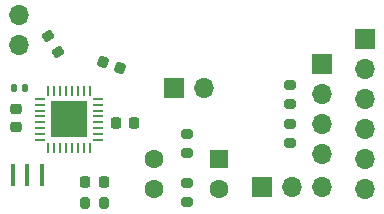
<source format=gbr>
%TF.GenerationSoftware,KiCad,Pcbnew,(6.0.0)*%
%TF.CreationDate,2022-03-25T10:47:18+03:00*%
%TF.ProjectId,SmartTap,536d6172-7454-4617-902e-6b696361645f,1*%
%TF.SameCoordinates,Original*%
%TF.FileFunction,Soldermask,Top*%
%TF.FilePolarity,Negative*%
%FSLAX46Y46*%
G04 Gerber Fmt 4.6, Leading zero omitted, Abs format (unit mm)*
G04 Created by KiCad (PCBNEW (6.0.0)) date 2022-03-25 10:47:18*
%MOMM*%
%LPD*%
G01*
G04 APERTURE LIST*
G04 Aperture macros list*
%AMRoundRect*
0 Rectangle with rounded corners*
0 $1 Rounding radius*
0 $2 $3 $4 $5 $6 $7 $8 $9 X,Y pos of 4 corners*
0 Add a 4 corners polygon primitive as box body*
4,1,4,$2,$3,$4,$5,$6,$7,$8,$9,$2,$3,0*
0 Add four circle primitives for the rounded corners*
1,1,$1+$1,$2,$3*
1,1,$1+$1,$4,$5*
1,1,$1+$1,$6,$7*
1,1,$1+$1,$8,$9*
0 Add four rect primitives between the rounded corners*
20,1,$1+$1,$2,$3,$4,$5,0*
20,1,$1+$1,$4,$5,$6,$7,0*
20,1,$1+$1,$6,$7,$8,$9,0*
20,1,$1+$1,$8,$9,$2,$3,0*%
G04 Aperture macros list end*
%ADD10RoundRect,0.218750X-0.218750X-0.256250X0.218750X-0.256250X0.218750X0.256250X-0.218750X0.256250X0*%
%ADD11RoundRect,0.140000X-0.140000X-0.170000X0.140000X-0.170000X0.140000X0.170000X-0.140000X0.170000X0*%
%ADD12RoundRect,0.200000X0.275000X-0.200000X0.275000X0.200000X-0.275000X0.200000X-0.275000X-0.200000X0*%
%ADD13RoundRect,0.225000X0.225000X0.250000X-0.225000X0.250000X-0.225000X-0.250000X0.225000X-0.250000X0*%
%ADD14RoundRect,0.225000X0.250000X-0.225000X0.250000X0.225000X-0.250000X0.225000X-0.250000X-0.225000X0*%
%ADD15RoundRect,0.200000X-0.200000X-0.275000X0.200000X-0.275000X0.200000X0.275000X-0.200000X0.275000X0*%
%ADD16RoundRect,0.200000X-0.338157X0.035705X-0.138157X-0.310705X0.338157X-0.035705X0.138157X0.310705X0*%
%ADD17RoundRect,0.062500X-0.375000X-0.062500X0.375000X-0.062500X0.375000X0.062500X-0.375000X0.062500X0*%
%ADD18RoundRect,0.062500X-0.062500X-0.375000X0.062500X-0.375000X0.062500X0.375000X-0.062500X0.375000X0*%
%ADD19R,3.100000X3.100000*%
%ADD20O,1.700000X1.700000*%
%ADD21RoundRect,0.225000X-0.296936X-0.157969X0.125926X-0.311878X0.296936X0.157969X-0.125926X0.311878X0*%
%ADD22R,1.700000X1.700000*%
%ADD23R,0.400000X1.900000*%
%ADD24R,1.600000X1.600000*%
%ADD25C,1.600000*%
G04 APERTURE END LIST*
D10*
%TO.C,D3*%
X187390794Y-121705794D03*
X188965794Y-121705794D03*
%TD*%
D11*
%TO.C,C3*%
X181323294Y-113705794D03*
X182283294Y-113705794D03*
%TD*%
D12*
%TO.C,R8*%
X195978294Y-119255794D03*
X195978294Y-117605794D03*
%TD*%
%TO.C,R9*%
X204678294Y-118430794D03*
X204678294Y-116780794D03*
%TD*%
D13*
%TO.C,C2*%
X191483294Y-116725794D03*
X189933294Y-116725794D03*
%TD*%
D14*
%TO.C,C5*%
X181478294Y-117080794D03*
X181478294Y-115530794D03*
%TD*%
D15*
%TO.C,R5*%
X187328294Y-123505794D03*
X188978294Y-123505794D03*
%TD*%
D16*
%TO.C,R4*%
X184253294Y-109305794D03*
X185078294Y-110734736D03*
%TD*%
D17*
%TO.C,U2*%
X183565794Y-114655794D03*
X183565794Y-115155794D03*
X183565794Y-115655794D03*
X183565794Y-116155794D03*
X183565794Y-116655794D03*
X183565794Y-117155794D03*
X183565794Y-117655794D03*
X183565794Y-118155794D03*
D18*
X184253294Y-118843294D03*
X184753294Y-118843294D03*
X185253294Y-118843294D03*
X185753294Y-118843294D03*
X186253294Y-118843294D03*
X186753294Y-118843294D03*
X187253294Y-118843294D03*
X187753294Y-118843294D03*
D17*
X188440794Y-118155794D03*
X188440794Y-117655794D03*
X188440794Y-117155794D03*
X188440794Y-116655794D03*
X188440794Y-116155794D03*
X188440794Y-115655794D03*
X188440794Y-115155794D03*
X188440794Y-114655794D03*
D18*
X187753294Y-113968294D03*
X187253294Y-113968294D03*
X186753294Y-113968294D03*
X186253294Y-113968294D03*
X185753294Y-113968294D03*
X185253294Y-113968294D03*
X184753294Y-113968294D03*
X184253294Y-113968294D03*
D19*
X186003294Y-116405794D03*
%TD*%
D20*
%TO.C,J6*%
X181778294Y-110123294D03*
X181778294Y-107583294D03*
%TD*%
D21*
%TO.C,C6*%
X188850032Y-111540728D03*
X190306556Y-112070860D03*
%TD*%
D22*
%TO.C,J3*%
X211078294Y-109555794D03*
D20*
X211078294Y-112095794D03*
X211078294Y-114635794D03*
X211078294Y-117175794D03*
X211078294Y-119715794D03*
X211078294Y-122255794D03*
%TD*%
D22*
%TO.C,J4*%
X202318294Y-122135794D03*
D20*
X204858294Y-122135794D03*
X207398294Y-122135794D03*
%TD*%
D22*
%TO.C,J5*%
X207378294Y-111695794D03*
D20*
X207378294Y-114235794D03*
X207378294Y-116775794D03*
X207378294Y-119315794D03*
%TD*%
D12*
%TO.C,R7*%
X195978294Y-123430794D03*
X195978294Y-121780794D03*
%TD*%
D22*
%TO.C,J2*%
X194908294Y-113705794D03*
D20*
X197448294Y-113705794D03*
%TD*%
D23*
%TO.C,Y1*%
X183678294Y-121105794D03*
X182478294Y-121105794D03*
X181278294Y-121105794D03*
%TD*%
D12*
%TO.C,R10*%
X204678294Y-115105794D03*
X204678294Y-113455794D03*
%TD*%
D24*
%TO.C,U4*%
X198695794Y-119735794D03*
D25*
X198695794Y-122275794D03*
X193195794Y-122275794D03*
X193195794Y-119735794D03*
%TD*%
M02*

</source>
